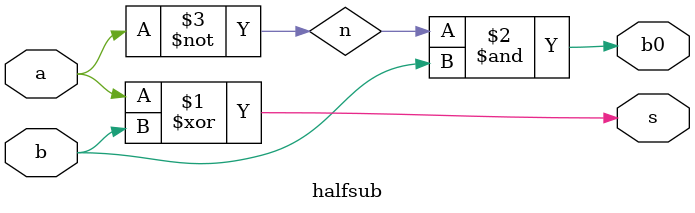
<source format=v>
module halfsub(a,b,s,b0);
input a,b;
output s,b0;
wire n;
xor x1(s,a,b);
not n1(n,a);
and a1(b0,n,b);
endmodule


</source>
